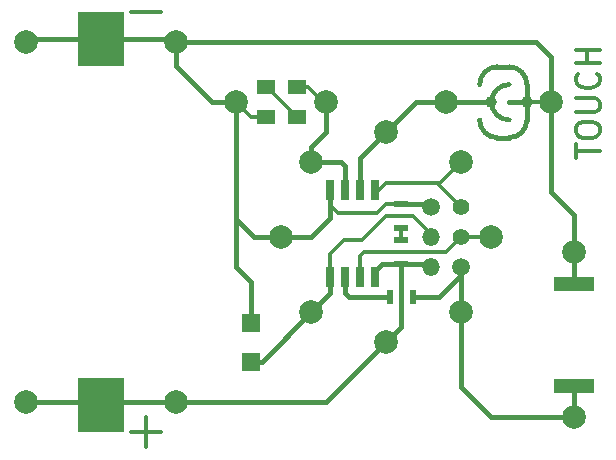
<source format=gtl>
G04 #@! TF.FileFunction,Copper,L1,Top,Signal*
%FSLAX46Y46*%
G04 Gerber Fmt 4.6, Leading zero omitted, Abs format (unit mm)*
G04 Created by KiCad (PCBNEW 4.0.6) date 03/27/19 07:52:48*
%MOMM*%
%LPD*%
G01*
G04 APERTURE LIST*
%ADD10C,0.100000*%
%ADD11C,0.300000*%
%ADD12C,0.400000*%
%ADD13C,1.000000*%
%ADD14C,2.000000*%
%ADD15C,1.500000*%
%ADD16O,1.500000X1.500000*%
%ADD17C,1.400000*%
%ADD18R,1.300000X0.600000*%
%ADD19R,0.600000X1.300000*%
%ADD20R,4.000000X4.600000*%
%ADD21R,1.500000X1.300000*%
%ADD22R,0.650000X1.700000*%
%ADD23R,3.400000X1.300000*%
%ADD24R,1.500000X1.500000*%
%ADD25C,0.304800*%
%ADD26C,0.406400*%
G04 APERTURE END LIST*
D10*
D11*
X185848762Y-72532286D02*
X185848762Y-71389429D01*
X187848762Y-71960857D02*
X185848762Y-71960857D01*
X185848762Y-70341809D02*
X185848762Y-69960857D01*
X185944000Y-69770381D01*
X186134476Y-69579904D01*
X186515429Y-69484666D01*
X187182095Y-69484666D01*
X187563048Y-69579904D01*
X187753524Y-69770381D01*
X187848762Y-69960857D01*
X187848762Y-70341809D01*
X187753524Y-70532285D01*
X187563048Y-70722762D01*
X187182095Y-70818000D01*
X186515429Y-70818000D01*
X186134476Y-70722762D01*
X185944000Y-70532285D01*
X185848762Y-70341809D01*
X185848762Y-68627524D02*
X187467810Y-68627524D01*
X187658286Y-68532285D01*
X187753524Y-68437047D01*
X187848762Y-68246571D01*
X187848762Y-67865619D01*
X187753524Y-67675143D01*
X187658286Y-67579904D01*
X187467810Y-67484666D01*
X185848762Y-67484666D01*
X187658286Y-65389428D02*
X187753524Y-65484666D01*
X187848762Y-65770381D01*
X187848762Y-65960857D01*
X187753524Y-66246571D01*
X187563048Y-66437047D01*
X187372571Y-66532286D01*
X186991619Y-66627524D01*
X186705905Y-66627524D01*
X186324952Y-66532286D01*
X186134476Y-66437047D01*
X185944000Y-66246571D01*
X185848762Y-65960857D01*
X185848762Y-65770381D01*
X185944000Y-65484666D01*
X186039238Y-65389428D01*
X187848762Y-64532286D02*
X185848762Y-64532286D01*
X186801143Y-64532286D02*
X186801143Y-63389428D01*
X187848762Y-63389428D02*
X185848762Y-63389428D01*
D12*
X180189000Y-70818000D02*
X179189000Y-70818000D01*
X180189000Y-64818000D02*
X179189000Y-64818000D01*
X179189000Y-64818000D02*
G75*
G03X177689000Y-66318000I0J-1500000D01*
G01*
X177689000Y-69318000D02*
G75*
G03X179189000Y-70818000I1500000J0D01*
G01*
X181689000Y-67818000D02*
X180189000Y-67818000D01*
X181689000Y-66318000D02*
X181689000Y-69318000D01*
X180189000Y-66318000D02*
G75*
G03X178689000Y-67818000I0J-1500000D01*
G01*
X178689000Y-67818000D02*
G75*
G03X180189000Y-69318000I1500000J0D01*
G01*
X180189000Y-70818000D02*
G75*
G03X181689000Y-69318000I0J1500000D01*
G01*
X181689000Y-66318000D02*
G75*
G03X180189000Y-64818000I-1500000J0D01*
G01*
D13*
X178689000Y-67818000D03*
X181689000Y-67818000D03*
D14*
X152019000Y-93218000D03*
X139319000Y-62738000D03*
D15*
X176149000Y-81788000D03*
D16*
X173609000Y-81788000D03*
D17*
X176149000Y-79248000D03*
D16*
X173609000Y-79248000D03*
D17*
X176149000Y-76708000D03*
D15*
X173609000Y-76708000D03*
D18*
X171069000Y-76470000D03*
X171069000Y-78470000D03*
X171069000Y-79518000D03*
X171069000Y-81518000D03*
D19*
X170069000Y-84328000D03*
X172069000Y-84328000D03*
D20*
X145669000Y-93478000D03*
X145669000Y-62478000D03*
D21*
X159559000Y-69088000D03*
X162259000Y-69088000D03*
D22*
X168846500Y-75280500D03*
X167576500Y-75280500D03*
X166306500Y-75280500D03*
X165036500Y-75280500D03*
X165036500Y-82580500D03*
X166306500Y-82580500D03*
X167576500Y-82580500D03*
X168846500Y-82580500D03*
D21*
X159559000Y-66548000D03*
X162259000Y-66548000D03*
D23*
X185674000Y-83203000D03*
X185674000Y-91803000D03*
D14*
X139319000Y-93218000D03*
X152019000Y-62738000D03*
X164719000Y-67818000D03*
X157099000Y-67818000D03*
X169799000Y-88138000D03*
X160909000Y-79248000D03*
X185674000Y-94488000D03*
X185674000Y-80518000D03*
X174879000Y-67818000D03*
X183769000Y-67818000D03*
X163449000Y-85598000D03*
X176149000Y-85598000D03*
X178689000Y-79248000D03*
X169799000Y-70358000D03*
X163449000Y-72898000D03*
X176149000Y-72898000D03*
D24*
X158369000Y-86488000D03*
X158369000Y-89788000D03*
D25*
X148209000Y-60198000D02*
X150749000Y-60198000D01*
X149479000Y-94488000D02*
X149479000Y-97028000D01*
X148209000Y-95758000D02*
X150749000Y-95758000D01*
D26*
X160909000Y-79248000D02*
X163449000Y-79248000D01*
X165036500Y-77660500D02*
X165036500Y-75280500D01*
X163449000Y-79248000D02*
X165036500Y-77660500D01*
X171069000Y-76470000D02*
X173371000Y-76470000D01*
X173371000Y-76470000D02*
X173609000Y-76708000D01*
X185674000Y-80518000D02*
X185674000Y-83203000D01*
X185674000Y-80518000D02*
X185674000Y-77343000D01*
X183769000Y-75438000D02*
X183769000Y-67818000D01*
X185674000Y-77343000D02*
X183769000Y-75438000D01*
X158369000Y-86488000D02*
X158369000Y-83058000D01*
X157099000Y-81788000D02*
X157099000Y-77724000D01*
X158369000Y-83058000D02*
X157099000Y-81788000D01*
X183769000Y-67818000D02*
X183769000Y-64008000D01*
X183769000Y-64008000D02*
X182499000Y-62738000D01*
X182499000Y-62738000D02*
X152019000Y-62738000D01*
X145669000Y-62478000D02*
X139579000Y-62478000D01*
X139579000Y-62478000D02*
X139319000Y-62738000D01*
X160909000Y-79248000D02*
X158623000Y-79248000D01*
X157099000Y-77724000D02*
X157099000Y-67818000D01*
X158623000Y-79248000D02*
X157099000Y-77724000D01*
X157099000Y-67818000D02*
X155067000Y-67818000D01*
X152019000Y-64770000D02*
X152019000Y-62738000D01*
X155067000Y-67818000D02*
X152019000Y-64770000D01*
X145669000Y-62478000D02*
X151759000Y-62478000D01*
X151759000Y-62478000D02*
X152019000Y-62738000D01*
X151759000Y-62478000D02*
X152019000Y-62738000D01*
D25*
X181689000Y-67818000D02*
X183769000Y-67818000D01*
X159559000Y-69088000D02*
X158369000Y-69088000D01*
X158369000Y-69088000D02*
X157099000Y-67818000D01*
X171069000Y-76470000D02*
X169783000Y-76470000D01*
X169783000Y-76470000D02*
X169037000Y-77216000D01*
X169037000Y-77216000D02*
X165735000Y-77216000D01*
X165735000Y-77216000D02*
X165036500Y-76517500D01*
X165036500Y-76517500D02*
X165036500Y-75280500D01*
X171069000Y-76470000D02*
X170545000Y-76470000D01*
D26*
X171069000Y-81518000D02*
X173339000Y-81518000D01*
X173339000Y-81518000D02*
X173609000Y-81788000D01*
X171069000Y-81518000D02*
X169434000Y-81518000D01*
X169434000Y-81518000D02*
X168846500Y-82105500D01*
X168846500Y-82105500D02*
X168846500Y-82580500D01*
X171069000Y-84963000D02*
X171069000Y-81518000D01*
X152019000Y-93218000D02*
X145929000Y-93218000D01*
X145929000Y-93218000D02*
X145669000Y-93478000D01*
X152019000Y-93218000D02*
X164719000Y-93218000D01*
X164719000Y-93218000D02*
X169799000Y-88138000D01*
X145929000Y-93218000D02*
X145669000Y-93478000D01*
X171069000Y-86868000D02*
X169799000Y-88138000D01*
X139319000Y-93218000D02*
X145409000Y-93218000D01*
X145409000Y-93218000D02*
X145669000Y-93478000D01*
D25*
X173339000Y-81518000D02*
X173609000Y-81788000D01*
X171069000Y-79518000D02*
X171069000Y-78470000D01*
D26*
X171069000Y-84820000D02*
X171069000Y-84963000D01*
X171069000Y-84963000D02*
X171069000Y-86868000D01*
X176149000Y-85598000D02*
X176149000Y-81788000D01*
X172069000Y-84328000D02*
X174244000Y-84328000D01*
X174244000Y-84328000D02*
X176149000Y-82423000D01*
X176149000Y-82423000D02*
X176149000Y-81788000D01*
X166306500Y-82580500D02*
X166306500Y-84010500D01*
X166624000Y-84328000D02*
X170069000Y-84328000D01*
X166306500Y-84010500D02*
X166624000Y-84328000D01*
X176149000Y-85598000D02*
X176149000Y-91948000D01*
X178689000Y-94488000D02*
X185674000Y-94488000D01*
X176149000Y-91948000D02*
X178689000Y-94488000D01*
X185674000Y-91803000D02*
X185674000Y-94488000D01*
D25*
X176149000Y-85598000D02*
X175895000Y-85598000D01*
X176149000Y-79248000D02*
X178689000Y-79248000D01*
X176149000Y-79248000D02*
X174879000Y-80518000D01*
X167576500Y-80835500D02*
X167576500Y-82580500D01*
X167894000Y-80518000D02*
X167576500Y-80835500D01*
X174879000Y-80518000D02*
X167894000Y-80518000D01*
D26*
X165036500Y-82580500D02*
X165036500Y-84010500D01*
X165036500Y-84010500D02*
X163449000Y-85598000D01*
D25*
X170307000Y-77470000D02*
X169799000Y-77470000D01*
X172085000Y-77470000D02*
X170307000Y-77470000D01*
X166243000Y-79502000D02*
X165036500Y-80708500D01*
X165036500Y-82580500D02*
X165036500Y-80708500D01*
X172085000Y-77470000D02*
X173609000Y-78994000D01*
X167767000Y-79502000D02*
X166243000Y-79502000D01*
X169799000Y-77470000D02*
X167767000Y-79502000D01*
D26*
X158369000Y-89788000D02*
X159259000Y-89788000D01*
X159259000Y-89788000D02*
X163449000Y-85598000D01*
D25*
X173609000Y-79248000D02*
X173609000Y-78994000D01*
X174117000Y-74676000D02*
X174371000Y-74676000D01*
X174371000Y-74676000D02*
X176149000Y-72898000D01*
X168846500Y-75280500D02*
X169194500Y-75280500D01*
X174117000Y-74676000D02*
X176149000Y-76708000D01*
X169799000Y-74676000D02*
X174117000Y-74676000D01*
X169194500Y-75280500D02*
X169799000Y-74676000D01*
D26*
X167576500Y-75280500D02*
X167576500Y-72580500D01*
X167576500Y-72580500D02*
X169799000Y-70358000D01*
X169799000Y-70358000D02*
X172339000Y-67818000D01*
X172339000Y-67818000D02*
X174879000Y-67818000D01*
X178689000Y-67818000D02*
X174879000Y-67818000D01*
D25*
X174879000Y-67818000D02*
X175189000Y-67818000D01*
X174625000Y-68072000D02*
X174879000Y-67818000D01*
D26*
X163449000Y-72898000D02*
X163449000Y-71628000D01*
X164719000Y-70358000D02*
X164719000Y-67818000D01*
X163449000Y-71628000D02*
X164719000Y-70358000D01*
X166306500Y-75280500D02*
X166306500Y-73215500D01*
X165989000Y-72898000D02*
X163449000Y-72898000D01*
X166306500Y-73215500D02*
X165989000Y-72898000D01*
D25*
X164719000Y-67818000D02*
X164465000Y-67818000D01*
X164465000Y-67818000D02*
X163195000Y-66548000D01*
X163195000Y-66548000D02*
X162259000Y-66548000D01*
X159559000Y-66548000D02*
X159719000Y-66548000D01*
X159719000Y-66548000D02*
X162259000Y-69088000D01*
M02*

</source>
